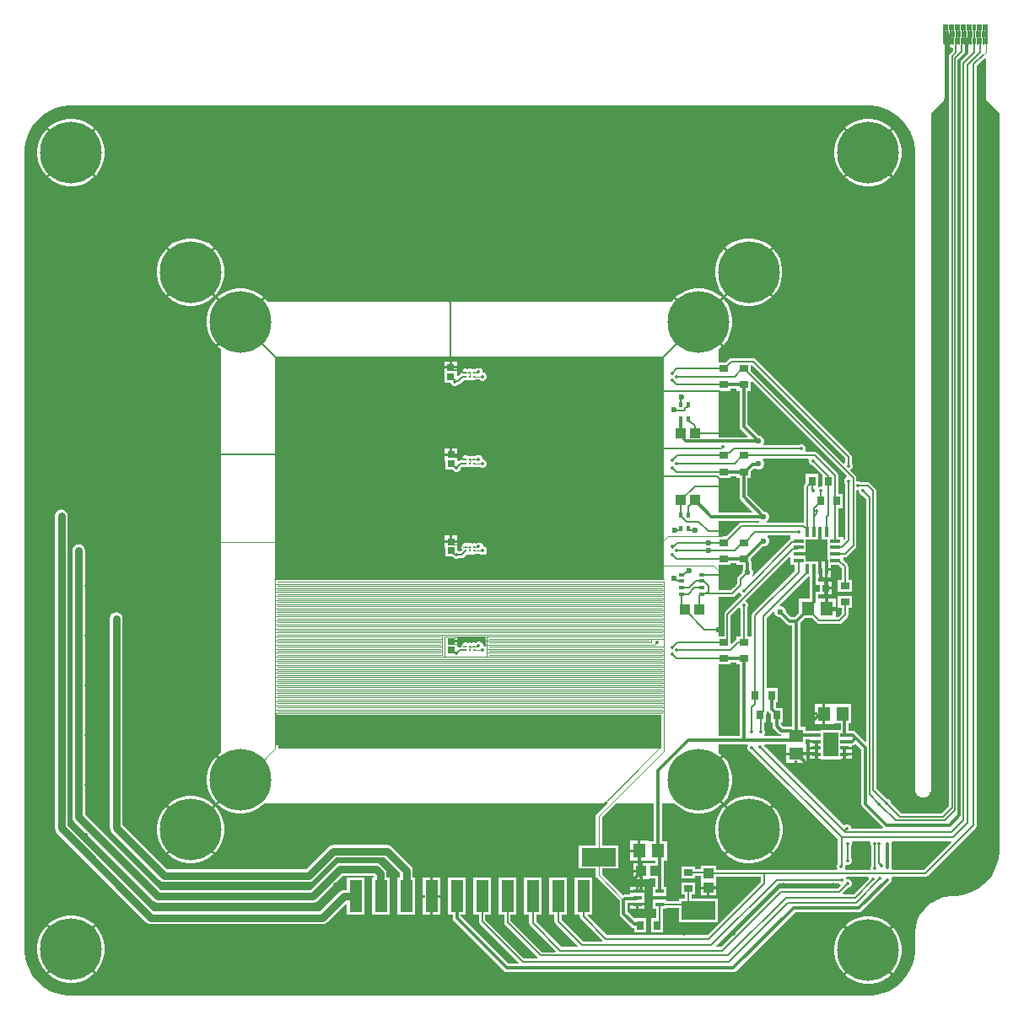
<source format=gbr>
%TF.GenerationSoftware,Altium Limited,Altium Designer,24.0.1 (36)*%
G04 Layer_Physical_Order=1*
G04 Layer_Color=255*
%FSLAX25Y25*%
%MOIN*%
%TF.SameCoordinates,674ED1FF-067C-45DD-8C41-4F82C3FA2B26*%
%TF.FilePolarity,Positive*%
%TF.FileFunction,Copper,L1,Top,Signal*%
%TF.Part,Single*%
G01*
G75*
%TA.AperFunction,SMDPad,CuDef*%
%ADD10R,0.03937X0.03937*%
%ADD11R,0.01378X0.02362*%
%ADD12R,0.02362X0.01378*%
%ADD13R,0.00400X0.00400*%
%TA.AperFunction,BGAPad,CuDef*%
%ADD14C,0.00984*%
%TA.AperFunction,SMDPad,CuDef*%
%ADD15R,0.03347X0.01575*%
%ADD16R,0.04134X0.01378*%
%ADD17R,0.01378X0.04134*%
%ADD18R,0.08898X0.08898*%
%ADD19R,0.05866X0.09449*%
%ADD20R,0.03543X0.01378*%
%ADD21R,0.02756X0.03543*%
%ADD22R,0.03543X0.02756*%
%ADD23R,0.13583X0.07284*%
%ADD24R,0.05000X0.12520*%
%ADD25R,0.03937X0.03937*%
%ADD26R,0.02835X0.02677*%
%ADD27R,0.05118X0.05709*%
%ADD28R,0.02677X0.02835*%
%ADD29R,0.05709X0.05118*%
%TA.AperFunction,Conductor*%
%ADD30C,0.00551*%
%ADD31C,0.00400*%
%ADD32C,0.01181*%
%ADD33C,0.01968*%
%ADD34C,0.00787*%
%ADD35C,0.02953*%
%TA.AperFunction,SMDPad,CuDef*%
%AMCUSTOMSHAPE36*
4,1,11,0.00591,0.03937,0.00591,-0.03543,0.00197,-0.03937,0.00197,-0.03937,-0.00197,-0.03937,-0.00591,-0.03543,-0.00591,-0.01476,-0.00197,-0.01083,-0.00197,0.01476,-0.00591,0.01870,-0.00591,0.03937,0.00591,0.03937,0.0*%
%ADD36CUSTOMSHAPE36*%

%AMCUSTOMSHAPE37*
4,1,12,0.00591,0.01280,0.00591,-0.00886,0.00197,-0.01280,0.00197,-0.03937,-0.00197,-0.03937,-0.00197,-0.01280,-0.00591,-0.00886,-0.00591,0.01280,-0.00197,0.01673,-0.00197,0.03937,0.00197,0.03937,0.00197,0.01673,0.00591,0.01280,0.0*%
%ADD37CUSTOMSHAPE37*%

%AMCUSTOMSHAPE38*
4,1,14,0.00591,0.03937,0.00591,0.01870,0.00197,0.01476,0.00197,-0.01083,0.00591,-0.01476,0.00591,-0.03543,0.00197,-0.03937,-0.00197,-0.03937,-0.00591,-0.03543,-0.00591,-0.01476,-0.00197,-0.01083,-0.00197,0.01476,-0.00591,0.01870,-0.00591,0.03937,0.00591,0.03937,0.0*%
%ADD38CUSTOMSHAPE38*%

%AMCUSTOMSHAPE39*
4,1,12,0.00591,0.03937,0.00591,0.01870,0.00197,0.01476,0.00197,0.01476,0.00197,-0.01083,0.00591,-0.01476,0.00591,-0.01476,0.00591,-0.03543,0.00197,-0.03937,-0.00197,-0.03937,-0.00591,-0.03543,-0.00591,0.03937,0.00591,0.03937,0.0*%
%ADD39CUSTOMSHAPE39*%

%TA.AperFunction,ViaPad*%
%ADD40C,0.24410*%
%ADD41C,0.01378*%
%ADD42C,0.02362*%
G36*
X282661Y240429D02*
X283811D01*
Y226378D01*
X283935Y225757D01*
X284286Y225231D01*
X286962Y222556D01*
X286770Y222094D01*
X275590D01*
Y240429D01*
X280331D01*
Y241185D01*
X282661D01*
Y240429D01*
D02*
G37*
G36*
X325471Y213820D02*
Y211827D01*
X325040Y211551D01*
X288205Y248387D01*
Y250470D01*
X288705Y250586D01*
X325471Y213820D01*
D02*
G37*
G36*
X311359Y213070D02*
X311303Y212934D01*
Y212263D01*
X311560Y211642D01*
X312035Y211167D01*
X312656Y210910D01*
X312872D01*
X316550Y207232D01*
Y202599D01*
X316366Y202476D01*
X315694D01*
X315294Y202311D01*
X314807Y202586D01*
X314794Y202604D01*
Y207496D01*
X310038D01*
Y203792D01*
X309634Y203388D01*
X309352Y202966D01*
X309253Y202468D01*
Y188471D01*
X309055Y188308D01*
X294769D01*
X294688Y188462D01*
X294616Y188808D01*
X295156Y189349D01*
X295488Y190150D01*
Y191018D01*
X295156Y191820D01*
X294543Y192433D01*
X293741Y192765D01*
X293419D01*
X287055Y199130D01*
Y205980D01*
X288205D01*
Y208443D01*
X289528Y209767D01*
X290102D01*
X290103Y209765D01*
X290905Y209433D01*
X291772D01*
X292574Y209765D01*
X293188Y210379D01*
X293520Y211180D01*
Y212048D01*
X293188Y212850D01*
X292968Y213070D01*
X293175Y213569D01*
X311025D01*
X311359Y213070D01*
D02*
G37*
G36*
X282661Y205980D02*
X283811D01*
Y198458D01*
X283935Y197838D01*
X284286Y197312D01*
X288930Y192668D01*
X288739Y192206D01*
X275590D01*
Y205980D01*
X280331D01*
Y206737D01*
X282661D01*
Y205980D01*
D02*
G37*
G36*
X291674Y188808D02*
X291442Y188308D01*
X284539D01*
X284042Y188209D01*
X283620Y187927D01*
X278491Y182799D01*
X275590D01*
Y188963D01*
X291545D01*
X291674Y188808D01*
D02*
G37*
G36*
X326098Y206815D02*
X325981Y206225D01*
X325815Y206156D01*
X325340Y205681D01*
X325083Y205060D01*
Y204388D01*
X325340Y203768D01*
X325471Y203636D01*
Y181761D01*
X325242Y181582D01*
X324743Y181820D01*
Y182693D01*
X322976D01*
Y194079D01*
X324660D01*
Y199622D01*
X322806D01*
Y206993D01*
X322707Y207491D01*
X322425Y207913D01*
X314548Y215790D01*
X314126Y216072D01*
X313629Y216171D01*
X309961D01*
X309744Y216671D01*
X309957Y217184D01*
Y217856D01*
X309700Y218476D01*
X309224Y218952D01*
X308604Y219209D01*
X307932D01*
X307311Y218952D01*
X307180Y218820D01*
X293424D01*
X293222Y219320D01*
X293520Y220039D01*
Y220906D01*
X293188Y221708D01*
X292574Y222322D01*
X291772Y222654D01*
X291451D01*
X287055Y227050D01*
Y240429D01*
X288205D01*
Y244055D01*
X288667Y244246D01*
X326098Y206815D01*
D02*
G37*
G36*
X304042Y182693D02*
X304042D01*
Y181763D01*
X303733Y181557D01*
X289160Y166984D01*
X288778Y167269D01*
X289110Y168070D01*
Y168938D01*
X288778Y169739D01*
X288551Y169967D01*
Y172413D01*
X288427Y173034D01*
X288205Y173367D01*
Y173994D01*
X293034Y178823D01*
X293741D01*
X294543Y179155D01*
X295156Y179768D01*
X295488Y180570D01*
Y181438D01*
X295156Y182239D01*
X294747Y182648D01*
X294954Y183148D01*
X303934D01*
X304042Y182693D01*
D02*
G37*
G36*
X253936Y253642D02*
Y166024D01*
X101200D01*
X100894Y165963D01*
X100394Y166260D01*
Y253642D01*
Y253937D01*
X253936D01*
Y253642D01*
D02*
G37*
G36*
X282661Y171531D02*
X285307D01*
Y169967D01*
X285080Y169739D01*
X284748Y168938D01*
Y168332D01*
X283364Y166949D01*
X283056Y166488D01*
X282948Y165944D01*
Y164199D01*
X280454Y161706D01*
X275590D01*
Y171531D01*
X280331D01*
Y172288D01*
X282661D01*
Y171531D01*
D02*
G37*
G36*
X330988Y201123D02*
X330988Y200802D01*
Y200451D01*
X331245Y199831D01*
X331720Y199356D01*
X332341Y199098D01*
X332527D01*
X333990Y197635D01*
Y101781D01*
X333528Y101590D01*
X329682Y105436D01*
X329156Y105787D01*
X328535Y105911D01*
X328148D01*
Y105978D01*
X326998D01*
Y108818D01*
X327972D01*
Y116526D01*
X321232D01*
X320775Y116629D01*
X320396Y116629D01*
X317613D01*
Y115408D01*
X316613D01*
Y116629D01*
X313452D01*
Y113172D01*
X314673D01*
Y112172D01*
X313452D01*
Y108715D01*
X316613D01*
Y109936D01*
X317613D01*
Y108715D01*
X320396D01*
X320775Y108715D01*
X321232Y108818D01*
X323755D01*
Y106175D01*
X315951D01*
Y105978D01*
X311620D01*
Y105911D01*
X310041D01*
Y107659D01*
X307808D01*
Y148633D01*
X309634Y150460D01*
X312620D01*
X314393Y148687D01*
X314815Y148405D01*
X315312Y148306D01*
X323340D01*
X323838Y148405D01*
X324260Y148687D01*
X326423Y150850D01*
X326705Y151272D01*
X326804Y151769D01*
Y154499D01*
X328275D01*
Y159255D01*
X322732D01*
Y154499D01*
X324203D01*
Y152308D01*
X322801Y150907D01*
X321861D01*
Y153814D01*
X320640D01*
Y154814D01*
X321861D01*
Y158271D01*
X318699D01*
Y157050D01*
X317699D01*
Y158271D01*
X314789D01*
Y159984D01*
X315361D01*
Y159882D01*
X317302D01*
Y161103D01*
X318302D01*
Y159882D01*
X320242D01*
Y161902D01*
X319022D01*
Y162902D01*
X320242D01*
Y164921D01*
X318302D01*
Y163700D01*
X317302D01*
Y164921D01*
X315361D01*
Y164819D01*
X314734D01*
Y166713D01*
X315172D01*
Y167933D01*
X316172D01*
Y166713D01*
X317731D01*
Y167933D01*
X318731D01*
Y166713D01*
X320022D01*
Y169382D01*
X318801D01*
Y170382D01*
X320022D01*
Y171638D01*
X322903D01*
X324203Y170338D01*
Y165767D01*
X322732D01*
Y161011D01*
X328275D01*
Y165767D01*
X326804D01*
Y170877D01*
X326705Y171375D01*
X326423Y171797D01*
X324743Y173477D01*
Y174585D01*
X325492D01*
X325990Y174684D01*
X326412Y174966D01*
X329660Y178214D01*
X329942Y178636D01*
X330041Y179134D01*
Y201042D01*
X330373Y201264D01*
X330526D01*
X330988Y201123D01*
D02*
G37*
G36*
X311491Y162457D02*
X311546Y162180D01*
Y158168D01*
X307341D01*
Y152753D01*
X305515Y150927D01*
X304229D01*
X302071Y153085D01*
Y153406D01*
X301739Y154208D01*
X301125Y154822D01*
X300324Y155154D01*
X299920D01*
X299713Y155654D01*
X310874Y166815D01*
X311491D01*
Y162457D01*
D02*
G37*
G36*
X303939Y174478D02*
Y174094D01*
X304042D01*
Y171638D01*
X305688D01*
Y169289D01*
X289046Y152648D01*
X288738Y152187D01*
X288630Y151643D01*
Y143609D01*
X288205Y143429D01*
Y143429D01*
X286734D01*
Y154424D01*
X286865Y154555D01*
X287122Y155176D01*
Y155848D01*
X286865Y156468D01*
X286390Y156944D01*
X286354Y156958D01*
X286257Y157449D01*
X303477Y174670D01*
X303939Y174478D01*
D02*
G37*
G36*
X283947Y160591D02*
X284001Y160461D01*
X284476Y159985D01*
X284512Y159971D01*
X284610Y159480D01*
X278135Y153006D01*
X277853Y152584D01*
X277755Y152087D01*
Y143429D01*
X275590D01*
Y158864D01*
X281043D01*
X281587Y158972D01*
X282048Y159280D01*
X283457Y160689D01*
X283947Y160591D01*
D02*
G37*
G36*
X283986Y154591D02*
X284001Y154555D01*
X284133Y154424D01*
Y143429D01*
X282661D01*
Y142063D01*
X282660Y142063D01*
X282238Y141781D01*
X280793Y140336D01*
X280331Y140527D01*
Y142028D01*
X280356Y142154D01*
Y151548D01*
X283496Y154688D01*
X283986Y154591D01*
D02*
G37*
G36*
X183577Y142400D02*
X183670Y141932D01*
X183891Y141600D01*
X183670Y141268D01*
X183577Y140800D01*
X183670Y140332D01*
X183891Y140000D01*
X183670Y139668D01*
X183647Y139554D01*
X183561Y139480D01*
X183087Y139302D01*
X182646Y139484D01*
X182403D01*
Y139948D01*
X182146Y140569D01*
X181670Y141044D01*
X181050Y141301D01*
X180378D01*
X179757Y141044D01*
X179425Y140712D01*
X179064Y140862D01*
X178470D01*
X177980Y140659D01*
X177489Y140862D01*
X176895D01*
X176531Y140711D01*
X176521Y140722D01*
X175934Y140965D01*
X175300D01*
X174714Y140722D01*
X174266Y140273D01*
X174023Y139687D01*
Y139096D01*
X173138D01*
X172885Y139045D01*
X172421Y139357D01*
X172385Y139417D01*
Y140884D01*
X171164D01*
Y141884D01*
X172385D01*
Y142777D01*
X183267D01*
X183577Y142400D01*
D02*
G37*
G36*
X297709Y152942D02*
Y152539D01*
X298041Y151737D01*
X298654Y151123D01*
X299456Y150791D01*
X299777D01*
X302410Y148158D01*
X302937Y147807D01*
X303557Y147683D01*
X304565D01*
Y108088D01*
X304218Y107690D01*
X301009D01*
X300153Y108546D01*
Y109433D01*
X300909D01*
Y114976D01*
X298447D01*
X298185Y115239D01*
Y117307D01*
X298941D01*
Y122850D01*
X294728D01*
Y150669D01*
X297209Y153149D01*
X297709Y152942D01*
D02*
G37*
G36*
X295416Y113420D02*
X296153Y112683D01*
Y109433D01*
X296910D01*
Y107874D01*
X297033Y107253D01*
X297385Y106727D01*
X299190Y104922D01*
X299716Y104570D01*
X300150Y104484D01*
X300101Y103984D01*
X293716D01*
X293503Y104479D01*
X293761Y105100D01*
Y105772D01*
X293503Y106392D01*
X293493Y106403D01*
Y109433D01*
X294398D01*
Y112661D01*
X294620Y112994D01*
X294728Y113537D01*
Y113550D01*
X295228Y113702D01*
X295416Y113420D01*
D02*
G37*
G36*
X282661Y132161D02*
X283811D01*
Y103984D01*
X275590D01*
Y132161D01*
X280331D01*
Y132918D01*
X282661D01*
Y132161D01*
D02*
G37*
G36*
X101201Y112376D02*
X252777D01*
Y100870D01*
Y98800D01*
X101702D01*
Y100102D01*
X100394D01*
Y112140D01*
X100894Y112437D01*
X101201Y112376D01*
D02*
G37*
G36*
X311518Y102230D02*
X312739D01*
Y101230D01*
X311518D01*
Y99939D01*
Y99671D01*
X312739D01*
Y98671D01*
X311518D01*
Y97379D01*
Y97112D01*
X312739D01*
Y96112D01*
X311518D01*
Y94820D01*
X313892D01*
Y96041D01*
X314892D01*
Y94820D01*
X315951D01*
Y94726D01*
X323817D01*
Y94820D01*
X324876D01*
Y96041D01*
X325876D01*
Y94820D01*
X328250D01*
Y96112D01*
X327029D01*
Y97112D01*
X328250D01*
Y97379D01*
Y98671D01*
X327029D01*
Y99671D01*
X328250D01*
Y100108D01*
X328339D01*
X328959Y100232D01*
X329485Y100583D01*
X329716Y100814D01*
X331964Y98567D01*
Y76932D01*
X332087Y76311D01*
X332439Y75785D01*
X340435Y67789D01*
X340228Y67289D01*
X328002D01*
Y67625D01*
X327745Y68245D01*
X327270Y68721D01*
X326649Y68978D01*
X325977D01*
X325356Y68721D01*
X325119Y68483D01*
X293687Y99914D01*
Y99929D01*
X293559Y100241D01*
X293893Y100741D01*
X301845D01*
X302230Y100462D01*
X302230Y100083D01*
Y97301D01*
X303451D01*
Y96301D01*
X302230D01*
Y93139D01*
X305686D01*
Y94360D01*
X306686D01*
Y93139D01*
X310143D01*
Y96301D01*
X308922D01*
Y97301D01*
X310143D01*
Y100083D01*
X310143Y100462D01*
X310041Y100920D01*
Y102667D01*
X311518D01*
Y102230D01*
D02*
G37*
G36*
X365748Y376238D02*
X366142D01*
X366535Y376316D01*
X366929Y376238D01*
X367323D01*
X367569Y376287D01*
X367995Y376025D01*
X368070Y375934D01*
Y374856D01*
X366838Y373625D01*
X366556Y373203D01*
X366457Y372705D01*
Y76198D01*
X363583Y73324D01*
X347885D01*
X343669Y77539D01*
Y77725D01*
X343412Y78346D01*
X342937Y78821D01*
X342316Y79078D01*
X342130D01*
X337915Y83294D01*
Y200787D01*
X337816Y201285D01*
X337534Y201707D01*
X335368Y203872D01*
X334946Y204154D01*
X334449Y204253D01*
X331797D01*
X331665Y204385D01*
X331045Y204642D01*
X330373D01*
X330041Y204864D01*
Y206012D01*
X329942Y206509D01*
X329660Y206931D01*
X327673Y208918D01*
X327728Y209198D01*
X328204Y209673D01*
X328461Y210294D01*
Y210966D01*
X328204Y211587D01*
X328072Y211718D01*
Y214358D01*
X327973Y214856D01*
X327691Y215278D01*
X290081Y252888D01*
X289659Y253170D01*
X289161Y253269D01*
X280602D01*
X280105Y253170D01*
X279683Y252888D01*
X278491Y251697D01*
X275590D01*
Y253937D01*
Y256989D01*
X276385Y257566D01*
X276772Y257954D01*
X275902Y258824D01*
X276609Y259531D01*
X277480Y258661D01*
X277867Y259048D01*
X279098Y260742D01*
X280049Y262608D01*
X280696Y264600D01*
X281024Y266669D01*
Y268764D01*
X280696Y270833D01*
X280049Y272825D01*
X279098Y274691D01*
X277867Y276385D01*
X277480Y276772D01*
X276609Y275902D01*
X275902Y276609D01*
X276772Y277480D01*
X276385Y277867D01*
X274691Y279098D01*
X272825Y280049D01*
X270833Y280696D01*
X268764Y281024D01*
X266669D01*
X264600Y280696D01*
X262608Y280049D01*
X260742Y279098D01*
X259048Y277867D01*
X258661Y277480D01*
X259531Y276609D01*
X258824Y275902D01*
X257954Y276772D01*
X257566Y276385D01*
X256989Y275590D01*
X97342D01*
X96764Y276385D01*
X96377Y276772D01*
X95507Y275902D01*
X94800Y276609D01*
X95670Y277480D01*
X95283Y277867D01*
X93589Y279098D01*
X91722Y280049D01*
X89730Y280696D01*
X87661Y281024D01*
X85567D01*
X83498Y280696D01*
X81506Y280049D01*
X79640Y279098D01*
X77945Y277867D01*
X77558Y277480D01*
X78429Y276609D01*
X77722Y275902D01*
X76851Y276772D01*
X76464Y276385D01*
X75233Y274691D01*
X74282Y272825D01*
X73635Y270833D01*
X73307Y268764D01*
Y266669D01*
X73635Y264600D01*
X74282Y262608D01*
X75233Y260742D01*
X76464Y259048D01*
X76851Y258661D01*
X77722Y259531D01*
X78429Y258824D01*
X77558Y257954D01*
X77945Y257566D01*
X78740Y256989D01*
Y253937D01*
Y97342D01*
X77945Y96764D01*
X77558Y96377D01*
X78429Y95507D01*
X77722Y94800D01*
X76851Y95670D01*
X76464Y95283D01*
X75233Y93589D01*
X74282Y91722D01*
X73635Y89730D01*
X73307Y87661D01*
Y85567D01*
X73635Y83498D01*
X74282Y81506D01*
X75233Y79640D01*
X76464Y77945D01*
X76851Y77558D01*
X77722Y78429D01*
X78429Y77722D01*
X77558Y76851D01*
X77945Y76464D01*
X79640Y75233D01*
X81506Y74282D01*
X83498Y73635D01*
X85567Y73307D01*
X87661D01*
X89730Y73635D01*
X91722Y74282D01*
X93589Y75233D01*
X95283Y76464D01*
X95965Y77146D01*
X230842D01*
X231033Y76684D01*
X227320Y72971D01*
X227055Y72574D01*
X226961Y72106D01*
Y60729D01*
X220394D01*
Y51446D01*
X226961D01*
Y48836D01*
X227055Y48368D01*
X227320Y47971D01*
X236404Y38887D01*
Y33654D01*
X236527Y33033D01*
X236879Y32507D01*
X241008Y28378D01*
X241534Y28027D01*
X242155Y27903D01*
X242234D01*
Y26268D01*
X246990D01*
Y31811D01*
X242234D01*
X242234Y31811D01*
Y31811D01*
X241871Y32102D01*
X239647Y34326D01*
Y38066D01*
X240664D01*
Y37825D01*
X241884D01*
Y36825D01*
X240664D01*
Y35435D01*
X242939D01*
Y36656D01*
X243939D01*
Y35435D01*
X246215D01*
Y36825D01*
X244994D01*
Y37825D01*
X246215D01*
Y39215D01*
X246112D01*
Y40554D01*
X246215D01*
Y41943D01*
X244994D01*
Y42943D01*
X246215D01*
Y44333D01*
X243939D01*
Y43112D01*
X242939D01*
Y44333D01*
X240664D01*
Y42943D01*
X241884D01*
Y41943D01*
X240664D01*
Y41309D01*
X238717D01*
X238097Y41186D01*
X237778Y40973D01*
X229409Y49343D01*
Y51446D01*
X235976D01*
Y60729D01*
X229409D01*
Y71599D01*
X234956Y77146D01*
X249896D01*
Y62422D01*
X248338D01*
X247880Y62524D01*
X247501Y62524D01*
X244719D01*
Y61303D01*
X243719D01*
Y62524D01*
X240557D01*
Y59067D01*
X241778D01*
Y58067D01*
X240557D01*
Y54611D01*
X243719D01*
Y55832D01*
X244719D01*
Y54611D01*
X247501D01*
X247880Y54611D01*
X248338Y54713D01*
X250676D01*
Y53448D01*
X248077D01*
Y53550D01*
X245506D01*
Y52330D01*
X244506D01*
Y53550D01*
X241935D01*
Y50980D01*
X243156D01*
Y49980D01*
X241935D01*
Y47409D01*
X244506D01*
Y48630D01*
X245506D01*
Y47409D01*
X248077D01*
Y47511D01*
X250676D01*
Y44231D01*
X249624D01*
Y40656D01*
X254971D01*
Y44231D01*
X253919D01*
Y54713D01*
X255077D01*
Y62422D01*
X253139D01*
Y77146D01*
X258366D01*
X259048Y76464D01*
X260742Y75233D01*
X262608Y74282D01*
X264600Y73635D01*
X266669Y73307D01*
X268764D01*
X270833Y73635D01*
X272825Y74282D01*
X274691Y75233D01*
X276385Y76464D01*
X276772Y76851D01*
X275902Y77722D01*
X276609Y78429D01*
X277480Y77558D01*
X277867Y77945D01*
X279098Y79640D01*
X280049Y81506D01*
X280696Y83498D01*
X281024Y85567D01*
Y87661D01*
X280696Y89730D01*
X280049Y91722D01*
X279098Y93589D01*
X277867Y95283D01*
X277480Y95670D01*
X276609Y94800D01*
X275902Y95507D01*
X276772Y96377D01*
X276385Y96764D01*
X275590Y97342D01*
Y98800D01*
X275590D01*
Y100741D01*
X287036D01*
X287243Y100241D01*
X287198Y100196D01*
X286941Y99575D01*
Y98903D01*
X287198Y98282D01*
X287673Y97807D01*
X288294Y97550D01*
X288310D01*
X322649Y63210D01*
Y53430D01*
X322567Y53347D01*
X322309Y52726D01*
Y52054D01*
X322546Y51484D01*
X322363Y50984D01*
X274459D01*
Y52531D01*
X268522D01*
Y51433D01*
X266388D01*
Y52390D01*
X260844D01*
Y47634D01*
X266388D01*
Y48591D01*
X268522D01*
Y46909D01*
X268419D01*
Y44339D01*
X269640D01*
Y43339D01*
X268419D01*
Y40768D01*
X270990D01*
Y41989D01*
X271990D01*
Y40768D01*
X274561D01*
Y43339D01*
X273340D01*
Y44339D01*
X274561D01*
Y46909D01*
X274459D01*
Y48142D01*
X292138D01*
Y46157D01*
X271087Y25106D01*
X231530D01*
X223845Y32791D01*
X224052Y33291D01*
X225587D01*
Y47811D01*
X218587D01*
Y33291D01*
X220666D01*
Y32540D01*
X220774Y31996D01*
X221082Y31535D01*
X229530Y23087D01*
X229323Y22587D01*
X222226D01*
X213508Y31306D01*
Y33291D01*
X215587D01*
Y47811D01*
X208587D01*
Y33291D01*
X210666D01*
Y30717D01*
X210774Y30173D01*
X211082Y29712D01*
X219871Y20923D01*
X219680Y20461D01*
X213541D01*
X203508Y30494D01*
Y33291D01*
X205587D01*
Y47811D01*
X198587D01*
Y33291D01*
X200666D01*
Y29906D01*
X200774Y29362D01*
X201082Y28901D01*
X211105Y18878D01*
X210913Y18416D01*
X205752D01*
X193387Y30781D01*
Y33291D01*
X195587D01*
Y47811D01*
X188587D01*
Y33291D01*
X190786D01*
Y30242D01*
X190885Y29745D01*
X191167Y29323D01*
X204004Y16486D01*
X203797Y15986D01*
X198609D01*
X183387Y31207D01*
Y33291D01*
X185587D01*
Y47811D01*
X178587D01*
Y33291D01*
X180786D01*
Y30669D01*
X180885Y30171D01*
X181167Y29749D01*
X196681Y14235D01*
X196489Y13774D01*
X192599D01*
X173708Y32664D01*
Y33291D01*
X175587D01*
Y47811D01*
X168587D01*
Y33291D01*
X170465D01*
Y31993D01*
X170588Y31372D01*
X170940Y30846D01*
X190781Y11005D01*
X191307Y10654D01*
X191927Y10530D01*
X281324D01*
X281945Y10654D01*
X282471Y11005D01*
X305748Y34282D01*
X331011D01*
X331632Y34406D01*
X332158Y34757D01*
X342973Y45573D01*
X343135Y45640D01*
X343611Y46115D01*
X343868Y46736D01*
Y47408D01*
X343771Y47642D01*
X344105Y48142D01*
X357157D01*
X357700Y48250D01*
X358161Y48558D01*
X377306Y67703D01*
X377614Y68164D01*
X377723Y68708D01*
Y368853D01*
X380776Y371906D01*
X381276Y371699D01*
X381276Y356102D01*
X381276Y356102D01*
X381367Y355642D01*
X381628Y355251D01*
X381628Y355251D01*
X386591Y350289D01*
X386591Y59055D01*
X386591Y59055D01*
X386591Y59055D01*
Y57844D01*
X386275Y55442D01*
X385648Y53102D01*
X384721Y50864D01*
X383509Y48766D01*
X382035Y46844D01*
X380322Y45131D01*
X378400Y43656D01*
X376302Y42445D01*
X374063Y41517D01*
X371723Y40890D01*
X369321Y40574D01*
X368110Y40574D01*
X368091Y40570D01*
X368071Y40574D01*
X367170Y40544D01*
X367111Y40531D01*
X367052Y40534D01*
X365265Y40299D01*
X365190Y40274D01*
X365110Y40268D01*
X363369Y39802D01*
X363298Y39767D01*
X363220Y39751D01*
X361555Y39062D01*
X361489Y39018D01*
X361414Y38992D01*
X359853Y38091D01*
X359793Y38038D01*
X359722Y38003D01*
X358292Y36906D01*
X358239Y36846D01*
X358173Y36802D01*
X356899Y35528D01*
X356855Y35462D01*
X356795Y35409D01*
X355698Y33979D01*
X355662Y33908D01*
X355610Y33848D01*
X354709Y32287D01*
X354683Y32212D01*
X354639Y32146D01*
X353949Y30481D01*
X353934Y30403D01*
X353899Y30332D01*
X353432Y28591D01*
X353427Y28511D01*
X353401Y28436D01*
X353166Y26649D01*
X353170Y26589D01*
X353157Y26531D01*
X353127Y25630D01*
X353130Y25610D01*
X353127Y25591D01*
Y19685D01*
X353127Y19685D01*
Y18474D01*
X352810Y16072D01*
X352183Y13732D01*
X351256Y11494D01*
X350045Y9396D01*
X348570Y7474D01*
X346857Y5761D01*
X344935Y4286D01*
X342837Y3074D01*
X340599Y2148D01*
X338259Y1520D01*
X335857Y1204D01*
X334646Y1204D01*
X19685Y1204D01*
X18474Y1204D01*
X16072Y1520D01*
X13732Y2148D01*
X11494Y3075D01*
X9396Y4286D01*
X7474Y5761D01*
X5761Y7474D01*
X4286Y9396D01*
X3074Y11494D01*
X2148Y13732D01*
X1520Y16072D01*
X1204Y18474D01*
Y19685D01*
X1204Y334646D01*
X1204Y335857D01*
X1520Y338259D01*
X2148Y340599D01*
X3075Y342837D01*
X4286Y344935D01*
X5761Y346857D01*
X7474Y348570D01*
X9396Y350045D01*
X11494Y351256D01*
X13732Y352183D01*
X16072Y352810D01*
X18474Y353127D01*
X19685D01*
X334646Y353127D01*
X334646Y353127D01*
X335857Y353127D01*
X338259Y352810D01*
X340599Y352183D01*
X342837Y351256D01*
X344935Y350045D01*
X346857Y348570D01*
X348570Y346857D01*
X350045Y344935D01*
X351256Y342837D01*
X352183Y340599D01*
X352810Y338259D01*
X353127Y335857D01*
X353127Y334646D01*
X353127Y82677D01*
X353138Y82619D01*
X353132Y82559D01*
X353170Y82175D01*
X353222Y82006D01*
X353256Y81832D01*
X353550Y81123D01*
X353811Y80732D01*
X354354Y80189D01*
X354745Y79928D01*
X355454Y79634D01*
X355628Y79599D01*
X355797Y79548D01*
X356181Y79510D01*
X356299Y79522D01*
X356417Y79510D01*
X356801Y79548D01*
X356971Y79599D01*
X357144Y79634D01*
X357854Y79928D01*
X358244Y80189D01*
X358787Y80732D01*
X359048Y81123D01*
X359342Y81832D01*
X359377Y82006D01*
X359428Y82175D01*
X359466Y82559D01*
X359460Y82619D01*
X359472Y82677D01*
X359472Y350289D01*
X364434Y355251D01*
X364434Y355251D01*
X364695Y355642D01*
X364787Y356102D01*
X364787Y356102D01*
X364787Y376238D01*
X364961D01*
X365354Y376317D01*
X365748Y376238D01*
D02*
G37*
G36*
X335611Y61962D02*
X335526Y61758D01*
Y61086D01*
X335783Y60465D01*
X335914Y60334D01*
Y52806D01*
X335783Y52675D01*
X335526Y52054D01*
Y51382D01*
X335260Y50984D01*
X325634D01*
X325451Y51484D01*
X325687Y52054D01*
Y52582D01*
X325998Y52869D01*
X326142Y52935D01*
X326241Y52894D01*
X326913D01*
X327534Y53151D01*
X328009Y53626D01*
X328266Y54247D01*
Y54919D01*
X328009Y55540D01*
X327998Y55550D01*
Y60335D01*
X328009Y60346D01*
X328266Y60967D01*
Y61639D01*
X328167Y61878D01*
X328501Y62378D01*
X335333D01*
X335611Y61962D01*
D02*
G37*
G36*
X367500Y61916D02*
X356568Y50984D01*
X344111D01*
X343777Y51484D01*
X343874Y51718D01*
Y52390D01*
X343800Y52568D01*
Y60805D01*
X343868Y60967D01*
Y61639D01*
X343769Y61878D01*
X344103Y62378D01*
X367309D01*
X367500Y61916D01*
D02*
G37*
G36*
X335007Y47642D02*
X334925Y47444D01*
Y47258D01*
X329009Y41341D01*
X324913D01*
X324722Y41803D01*
X326781Y43862D01*
X326796D01*
X327417Y44119D01*
X327892Y44594D01*
X328149Y45215D01*
Y45887D01*
X327892Y46508D01*
X327417Y46983D01*
X326796Y47240D01*
X326124D01*
X325929Y47374D01*
X325852Y47702D01*
X326185Y48142D01*
X334673D01*
X335007Y47642D01*
D02*
G37*
G36*
X323113Y45640D02*
X323622Y45429D01*
X323820Y44921D01*
X322654Y43755D01*
X300336D01*
X299792Y43647D01*
X299331Y43339D01*
X276454Y20461D01*
X274638D01*
X274447Y20923D01*
X299174Y45651D01*
X323103D01*
X323113Y45640D01*
D02*
G37*
%LPC*%
G36*
X172205Y252047D02*
X170185D01*
Y250826D01*
X169185D01*
Y252047D01*
X167165D01*
Y250106D01*
X168386D01*
Y249106D01*
X167165D01*
Y247165D01*
X167268D01*
Y243724D01*
X169585D01*
X169828Y243138D01*
X170303Y242663D01*
X170924Y242406D01*
X171596D01*
X172217Y242663D01*
X172506Y242952D01*
X172561D01*
X173058Y243051D01*
X173480Y243333D01*
X174827Y244680D01*
X175031D01*
X175294Y244571D01*
X175887D01*
X176252Y244722D01*
X176262Y244711D01*
X176848Y244468D01*
X177482D01*
X178069Y244711D01*
X178079Y244722D01*
X178443Y244571D01*
X179037D01*
X179585Y244798D01*
X179627Y244840D01*
X181118D01*
X181327Y244631D01*
X181948Y244374D01*
X182619D01*
X183240Y244631D01*
X183715Y245106D01*
X183972Y245727D01*
Y246399D01*
X183715Y247020D01*
X183240Y247495D01*
X182619Y247752D01*
X182376D01*
Y248216D01*
X182119Y248836D01*
X181644Y249312D01*
X181023Y249569D01*
X180351D01*
X179730Y249312D01*
X179399Y248980D01*
X179037Y249130D01*
X178443D01*
X178079Y248979D01*
X178069Y248990D01*
X177482Y249232D01*
X176848D01*
X176378Y249038D01*
X175908Y249232D01*
X175273D01*
X174687Y248990D01*
X174239Y248541D01*
X173996Y247955D01*
Y247321D01*
X173937Y247211D01*
X173790Y247182D01*
X173369Y246900D01*
X172602Y246134D01*
X172102Y246341D01*
Y247165D01*
X172205D01*
Y249106D01*
X170984D01*
Y250106D01*
X172205D01*
Y252047D01*
D02*
G37*
G36*
X172385Y217598D02*
X170365D01*
Y216377D01*
X169365D01*
Y217598D01*
X167345D01*
Y215657D01*
X168566D01*
Y214657D01*
X167345D01*
Y212717D01*
X167448D01*
Y209276D01*
X170444D01*
X170547Y209207D01*
X170599Y209083D01*
X171074Y208608D01*
X171695Y208350D01*
X172366D01*
X172987Y208608D01*
X173462Y209083D01*
X173720Y209703D01*
Y209889D01*
X174144Y210314D01*
X174831D01*
X175294Y210122D01*
X175887D01*
X176378Y210325D01*
X176869Y210122D01*
X177462D01*
X177953Y210325D01*
X178443Y210122D01*
X179037D01*
X179585Y210349D01*
X179627Y210391D01*
X181118D01*
X181327Y210182D01*
X181948Y209925D01*
X182619D01*
X183240Y210182D01*
X183715Y210657D01*
X183972Y211278D01*
Y211950D01*
X183715Y212571D01*
X183240Y213046D01*
X182619Y213303D01*
X182376D01*
Y213767D01*
X182119Y214388D01*
X181644Y214863D01*
X181023Y215120D01*
X180351D01*
X179730Y214863D01*
X179399Y214531D01*
X179037Y214681D01*
X178443D01*
X177953Y214478D01*
X177462Y214681D01*
X176869D01*
X176504Y214530D01*
X176494Y214541D01*
X175908Y214783D01*
X175273D01*
X174687Y214541D01*
X174239Y214092D01*
X173996Y213506D01*
Y212915D01*
X173605D01*
X173108Y212816D01*
X172856Y212648D01*
X172385Y212915D01*
Y214657D01*
X171164D01*
Y215657D01*
X172385D01*
Y217598D01*
D02*
G37*
G36*
Y183150D02*
X170365D01*
Y181929D01*
X169365D01*
Y183150D01*
X167345D01*
Y181209D01*
X168566D01*
Y180209D01*
X167345D01*
Y178268D01*
X167448D01*
Y174827D01*
X170444D01*
X170547Y174758D01*
X170599Y174634D01*
X171074Y174159D01*
X171695Y173902D01*
X172366D01*
X172987Y174159D01*
X173118Y174290D01*
X174042D01*
X174540Y174389D01*
X174962Y174671D01*
X175877Y175586D01*
X176289Y175814D01*
X176875Y175571D01*
X177509D01*
X178095Y175814D01*
X178106Y175824D01*
X178470Y175673D01*
X179064D01*
X179612Y175900D01*
X179654Y175942D01*
X181145D01*
X181353Y175733D01*
X181974Y175476D01*
X182646D01*
X183267Y175733D01*
X183742Y176209D01*
X183999Y176829D01*
Y177501D01*
X183742Y178122D01*
X183267Y178597D01*
X182646Y178854D01*
X182403D01*
Y179318D01*
X182146Y179939D01*
X181670Y180414D01*
X181050Y180671D01*
X180378D01*
X179757Y180414D01*
X179425Y180082D01*
X179064Y180232D01*
X178470D01*
X178106Y180081D01*
D01*
X178095Y180092D01*
X177509Y180335D01*
X176875D01*
X176405Y180140D01*
X175934Y180335D01*
X175300D01*
X174714Y180092D01*
X174266Y179643D01*
X174023Y179057D01*
Y178423D01*
X174266Y177837D01*
X174276Y177826D01*
X174161Y177548D01*
X173504Y176891D01*
X173118D01*
X172987Y177022D01*
X172366Y177279D01*
X172283D01*
Y178268D01*
X172385D01*
Y180209D01*
X171164D01*
Y181209D01*
X172385D01*
Y183150D01*
D02*
G37*
G36*
X335693Y347953D02*
X333598D01*
X331530Y347625D01*
X329538Y346978D01*
X327671Y346027D01*
X325977Y344796D01*
X325590Y344409D01*
X326460Y343538D01*
X325753Y342831D01*
X324883Y343702D01*
X324496Y343315D01*
X323264Y341620D01*
X322313Y339754D01*
X321666Y337762D01*
X321339Y335693D01*
Y333598D01*
X321666Y331530D01*
X322313Y329538D01*
X323264Y327671D01*
X324496Y325977D01*
X324883Y325590D01*
X325753Y326460D01*
X326460Y325753D01*
X325590Y324883D01*
X325977Y324496D01*
X327671Y323264D01*
X329538Y322313D01*
X331530Y321666D01*
X333598Y321339D01*
X335693D01*
X337762Y321666D01*
X339754Y322313D01*
X341620Y323264D01*
X343315Y324496D01*
X343702Y324883D01*
X342831Y325753D01*
X343538Y326460D01*
X344409Y325590D01*
X344796Y325977D01*
X346027Y327671D01*
X346978Y329538D01*
X347625Y331530D01*
X347953Y333598D01*
Y335693D01*
X347625Y337762D01*
X346978Y339754D01*
X346027Y341620D01*
X344796Y343315D01*
X344409Y343702D01*
X343538Y342831D01*
X342831Y343538D01*
X343702Y344409D01*
X343315Y344796D01*
X341620Y346027D01*
X339754Y346978D01*
X337762Y347625D01*
X335693Y347953D01*
D02*
G37*
G36*
X20732Y347953D02*
X18638D01*
X16569Y347625D01*
X14577Y346978D01*
X12711Y346027D01*
X11016Y344796D01*
X10629Y344409D01*
X11500Y343538D01*
X10792Y342831D01*
X9922Y343702D01*
X9535Y343315D01*
X8304Y341620D01*
X7353Y339754D01*
X6706Y337762D01*
X6378Y335693D01*
Y333598D01*
X6706Y331530D01*
X7353Y329538D01*
X8304Y327671D01*
X9535Y325977D01*
X9922Y325590D01*
X10792Y326460D01*
X11500Y325753D01*
X10629Y324883D01*
X11016Y324496D01*
X12711Y323264D01*
X14577Y322313D01*
X16569Y321666D01*
X18638Y321339D01*
X20732D01*
X22801Y321666D01*
X24793Y322313D01*
X26660Y323264D01*
X28354Y324496D01*
X28741Y324883D01*
X27871Y325753D01*
X28578Y326460D01*
X29448Y325590D01*
X29835Y325977D01*
X31066Y327671D01*
X32017Y329538D01*
X32664Y331530D01*
X32992Y333598D01*
Y335693D01*
X32664Y337762D01*
X32017Y339754D01*
X31066Y341620D01*
X29835Y343315D01*
X29448Y343702D01*
X28578Y342831D01*
X27871Y343538D01*
X28741Y344409D01*
X28354Y344796D01*
X26660Y346027D01*
X24793Y346978D01*
X22801Y347625D01*
X20732Y347953D01*
D02*
G37*
G36*
X288449Y300709D02*
X286354D01*
X284285Y300381D01*
X282293Y299734D01*
X280427Y298783D01*
X278733Y297552D01*
X278346Y297165D01*
X279216Y296294D01*
X278509Y295587D01*
X277639Y296458D01*
X277252Y296071D01*
X276020Y294376D01*
X275069Y292510D01*
X274422Y290518D01*
X274095Y288449D01*
Y286354D01*
X274422Y284285D01*
X275069Y282293D01*
X276020Y280427D01*
X277252Y278733D01*
X277639Y278346D01*
X278509Y279216D01*
X279216Y278509D01*
X278346Y277639D01*
X278733Y277252D01*
X280427Y276020D01*
X282293Y275069D01*
X284285Y274422D01*
X286354Y274095D01*
X288449D01*
X290518Y274422D01*
X292510Y275069D01*
X294376Y276020D01*
X296071Y277252D01*
X296458Y277639D01*
X295587Y278509D01*
X296294Y279216D01*
X297165Y278346D01*
X297552Y278733D01*
X298783Y280427D01*
X299734Y282293D01*
X300381Y284285D01*
X300709Y286354D01*
Y288449D01*
X300381Y290518D01*
X299734Y292510D01*
X298783Y294376D01*
X297552Y296071D01*
X297165Y296458D01*
X296294Y295587D01*
X295587Y296294D01*
X296458Y297165D01*
X296071Y297552D01*
X294376Y298783D01*
X292510Y299734D01*
X290518Y300381D01*
X288449Y300709D01*
D02*
G37*
G36*
X67976D02*
X65882D01*
X63813Y300381D01*
X61821Y299734D01*
X59955Y298783D01*
X58260Y297552D01*
X57873Y297165D01*
X58744Y296294D01*
X58037Y295587D01*
X57166Y296458D01*
X56779Y296071D01*
X55548Y294376D01*
X54597Y292510D01*
X53950Y290518D01*
X53622Y288449D01*
Y286354D01*
X53950Y284285D01*
X54597Y282293D01*
X55548Y280427D01*
X56779Y278733D01*
X57166Y278346D01*
X58037Y279216D01*
X58744Y278509D01*
X57873Y277639D01*
X58260Y277252D01*
X59955Y276020D01*
X61821Y275069D01*
X63813Y274422D01*
X65882Y274095D01*
X67976D01*
X70045Y274422D01*
X72037Y275069D01*
X73904Y276020D01*
X75598Y277252D01*
X75985Y277639D01*
X75115Y278509D01*
X75822Y279216D01*
X76692Y278346D01*
X77079Y278733D01*
X78310Y280427D01*
X79261Y282293D01*
X79909Y284285D01*
X80236Y286354D01*
Y288449D01*
X79909Y290518D01*
X79261Y292510D01*
X78310Y294376D01*
X77079Y296071D01*
X76692Y296458D01*
X75822Y295587D01*
X75115Y296294D01*
X75985Y297165D01*
X75598Y297552D01*
X73904Y298783D01*
X72037Y299734D01*
X70045Y300381D01*
X67976Y300709D01*
D02*
G37*
G36*
Y80236D02*
X65882D01*
X63813Y79909D01*
X61821Y79261D01*
X59955Y78310D01*
X58260Y77079D01*
X57873Y76692D01*
X58744Y75822D01*
X58037Y75115D01*
X57166Y75985D01*
X56779Y75598D01*
X55548Y73904D01*
X54597Y72037D01*
X53950Y70045D01*
X53622Y67976D01*
Y65882D01*
X53950Y63813D01*
X54597Y61821D01*
X55548Y59955D01*
X56779Y58260D01*
X57166Y57873D01*
X58037Y58744D01*
X58744Y58037D01*
X57873Y57166D01*
X58260Y56779D01*
X59955Y55548D01*
X61821Y54597D01*
X63813Y53950D01*
X65882Y53622D01*
X67976D01*
X70045Y53950D01*
X72037Y54597D01*
X73904Y55548D01*
X75598Y56779D01*
X75985Y57166D01*
X75115Y58037D01*
X75822Y58744D01*
X76692Y57873D01*
X77079Y58260D01*
X78310Y59955D01*
X79261Y61821D01*
X79909Y63813D01*
X80236Y65882D01*
Y67976D01*
X79909Y70045D01*
X79261Y72037D01*
X78310Y73904D01*
X77079Y75598D01*
X76692Y75985D01*
X75822Y75115D01*
X75115Y75822D01*
X75985Y76692D01*
X75598Y77079D01*
X73904Y78310D01*
X72037Y79261D01*
X70045Y79909D01*
X67976Y80236D01*
D02*
G37*
G36*
X288549Y80222D02*
X286454D01*
X284385Y79894D01*
X282393Y79247D01*
X280527Y78296D01*
X278832Y77065D01*
X278445Y76678D01*
X279316Y75808D01*
X278609Y75100D01*
X277738Y75971D01*
X277351Y75584D01*
X276120Y73889D01*
X275169Y72023D01*
X274522Y70031D01*
X274194Y67962D01*
Y65868D01*
X274522Y63799D01*
X275169Y61807D01*
X276120Y59941D01*
X277351Y58246D01*
X277738Y57859D01*
X278609Y58729D01*
X279316Y58022D01*
X278445Y57152D01*
X278832Y56765D01*
X280527Y55534D01*
X282393Y54583D01*
X284385Y53936D01*
X286454Y53608D01*
X288549D01*
X290617Y53936D01*
X292610Y54583D01*
X294476Y55534D01*
X296170Y56765D01*
X296557Y57152D01*
X295687Y58022D01*
X296394Y58729D01*
X297265Y57859D01*
X297652Y58246D01*
X298883Y59941D01*
X299833Y61807D01*
X300481Y63799D01*
X300809Y65868D01*
Y67962D01*
X300481Y70031D01*
X299833Y72023D01*
X298883Y73889D01*
X297652Y75584D01*
X297265Y75971D01*
X296394Y75100D01*
X295687Y75808D01*
X296557Y76678D01*
X296170Y77065D01*
X294476Y78296D01*
X292610Y79247D01*
X290617Y79894D01*
X288549Y80222D01*
D02*
G37*
G36*
X165689Y47913D02*
X162587D01*
Y46692D01*
X161587D01*
Y47913D01*
X158484D01*
Y41051D01*
X159705D01*
Y40051D01*
X158484D01*
Y33189D01*
X161587D01*
Y34410D01*
X162587D01*
Y33189D01*
X165689D01*
Y40051D01*
X164468D01*
Y41051D01*
X165689D01*
Y47913D01*
D02*
G37*
G36*
X266388Y45878D02*
X260844D01*
Y41122D01*
X262195D01*
Y39587D01*
X259762D01*
Y38746D01*
X254971D01*
Y39112D01*
X249624D01*
Y35538D01*
X250876D01*
Y31811D01*
X248746D01*
Y26268D01*
X253502D01*
Y29901D01*
X253610Y30063D01*
X253718Y30607D01*
Y35538D01*
X254971D01*
Y35904D01*
X259762D01*
Y30303D01*
X275344D01*
Y39587D01*
X265037D01*
Y41122D01*
X266388D01*
Y45878D01*
D02*
G37*
G36*
X37402Y152925D02*
X36435Y152733D01*
X35616Y152185D01*
X35069Y151366D01*
X34877Y150400D01*
Y67748D01*
X35069Y66781D01*
X35616Y65962D01*
X54708Y46871D01*
X55527Y46323D01*
X56493Y46131D01*
X113537D01*
X114504Y46323D01*
X115323Y46871D01*
X124281Y55829D01*
X143435D01*
X149562Y49703D01*
Y47811D01*
X148587D01*
Y33291D01*
X155587D01*
Y47811D01*
X154612D01*
Y50749D01*
X154419Y51715D01*
X153872Y52534D01*
X146266Y60140D01*
X145447Y60687D01*
X144481Y60879D01*
X123235D01*
X122269Y60687D01*
X121450Y60140D01*
X112492Y51181D01*
X57539D01*
X39926Y68793D01*
Y150400D01*
X39734Y151366D01*
X39187Y152185D01*
X38368Y152733D01*
X37402Y152925D01*
D02*
G37*
G36*
X22665Y179690D02*
X21699Y179498D01*
X20880Y178951D01*
X20333Y178132D01*
X20140Y177165D01*
Y71836D01*
X20333Y70869D01*
X20880Y70050D01*
X52164Y38766D01*
X52983Y38219D01*
X53950Y38026D01*
X115354D01*
X116321Y38219D01*
X117140Y38766D01*
X127030Y48656D01*
X139093D01*
X139344Y48406D01*
Y47811D01*
X138587D01*
Y33291D01*
X145587D01*
Y47811D01*
X144394D01*
Y49451D01*
X144202Y50418D01*
X143654Y51237D01*
X141924Y52966D01*
X141105Y53514D01*
X140139Y53706D01*
X125984D01*
X125018Y53514D01*
X124199Y52966D01*
X114309Y43076D01*
X54996D01*
X25190Y72881D01*
Y177165D01*
X24998Y178132D01*
X24451Y178951D01*
X23632Y179498D01*
X22665Y179690D01*
D02*
G37*
G36*
X15748Y193470D02*
X14782Y193278D01*
X13963Y192730D01*
X13415Y191911D01*
X13223Y190945D01*
Y67450D01*
X13415Y66484D01*
X13963Y65665D01*
X49396Y30232D01*
X50215Y29684D01*
X51181Y29492D01*
X118986D01*
X119952Y29684D01*
X120771Y30232D01*
X128087Y37547D01*
X128587Y37340D01*
Y33291D01*
X135587D01*
Y47811D01*
X128587D01*
Y43076D01*
X127520D01*
X126553Y42884D01*
X125734Y42337D01*
X117940Y34542D01*
X52227D01*
X18273Y68496D01*
Y190945D01*
X18081Y191911D01*
X17533Y192730D01*
X16714Y193278D01*
X15748Y193470D01*
D02*
G37*
G36*
X20732Y32992D02*
X18638D01*
X16569Y32664D01*
X14577Y32017D01*
X12711Y31066D01*
X11016Y29835D01*
X10629Y29448D01*
X11500Y28578D01*
X10792Y27871D01*
X9922Y28741D01*
X9535Y28354D01*
X8304Y26660D01*
X7353Y24793D01*
X6706Y22801D01*
X6378Y20732D01*
Y18638D01*
X6706Y16569D01*
X7353Y14577D01*
X8304Y12711D01*
X9535Y11016D01*
X9922Y10629D01*
X10792Y11500D01*
X11500Y10792D01*
X10629Y9922D01*
X11016Y9535D01*
X12711Y8304D01*
X14577Y7353D01*
X16569Y6706D01*
X18638Y6378D01*
X20732D01*
X22801Y6706D01*
X24793Y7353D01*
X26660Y8304D01*
X28354Y9535D01*
X28741Y9922D01*
X27871Y10792D01*
X28578Y11500D01*
X29448Y10629D01*
X29835Y11016D01*
X31066Y12711D01*
X32017Y14577D01*
X32664Y16569D01*
X32992Y18638D01*
Y20732D01*
X32664Y22801D01*
X32017Y24793D01*
X31066Y26660D01*
X29835Y28354D01*
X29448Y28741D01*
X28578Y27871D01*
X27871Y28578D01*
X28741Y29448D01*
X28354Y29835D01*
X26660Y31066D01*
X24793Y32017D01*
X22801Y32664D01*
X20732Y32992D01*
D02*
G37*
G36*
X335693Y32537D02*
X333598D01*
X331530Y32209D01*
X329538Y31562D01*
X327671Y30611D01*
X325977Y29380D01*
X325590Y28993D01*
X326460Y28123D01*
X325753Y27415D01*
X324883Y28286D01*
X324496Y27899D01*
X323264Y26204D01*
X322313Y24338D01*
X321666Y22346D01*
X321339Y20277D01*
Y18183D01*
X321666Y16114D01*
X322313Y14122D01*
X323264Y12256D01*
X324496Y10561D01*
X324883Y10174D01*
X325753Y11044D01*
X326460Y10337D01*
X325590Y9467D01*
X325977Y9080D01*
X327671Y7849D01*
X329538Y6898D01*
X331530Y6250D01*
X333598Y5923D01*
X335693D01*
X337762Y6250D01*
X339754Y6898D01*
X341620Y7849D01*
X343315Y9080D01*
X343702Y9467D01*
X342831Y10337D01*
X343538Y11044D01*
X344409Y10174D01*
X344796Y10561D01*
X346027Y12256D01*
X346978Y14122D01*
X347625Y16114D01*
X347953Y18183D01*
Y20277D01*
X347625Y22346D01*
X346978Y24338D01*
X346027Y26204D01*
X344796Y27899D01*
X344409Y28286D01*
X343538Y27415D01*
X342831Y28123D01*
X343702Y28993D01*
X343315Y29380D01*
X341620Y30611D01*
X339754Y31562D01*
X337762Y32209D01*
X335693Y32537D01*
D02*
G37*
%LPD*%
D10*
X267854Y153772D02*
D03*
X262130D02*
D03*
X266154Y197110D02*
D03*
X260430D02*
D03*
X260430Y223662D02*
D03*
X266154D02*
D03*
X250730Y50480D02*
D03*
X245006D02*
D03*
D11*
X263632Y191386D02*
D03*
X260483D02*
D03*
X263632Y185875D02*
D03*
X260483D02*
D03*
X263632Y234848D02*
D03*
Y229337D02*
D03*
X260483Y234848D02*
D03*
Y229337D02*
D03*
D12*
X269027Y162548D02*
D03*
Y165108D02*
D03*
Y159990D02*
D03*
Y167667D02*
D03*
X260957Y165108D02*
D03*
Y167667D02*
D03*
Y162548D02*
D03*
Y159990D02*
D03*
D13*
X254000Y100870D02*
D03*
X100400Y98800D02*
D03*
D14*
X178767Y137795D02*
D03*
X177192D02*
D03*
X175617D02*
D03*
X178767Y139370D02*
D03*
X177192D02*
D03*
X175617D02*
D03*
X178767Y177165D02*
D03*
X177192D02*
D03*
X175617D02*
D03*
X178767Y178740D02*
D03*
X177192D02*
D03*
X175617D02*
D03*
X178740Y211614D02*
D03*
X177165D02*
D03*
X175591D02*
D03*
X178740Y213189D02*
D03*
X177165D02*
D03*
X175591D02*
D03*
X178740Y246063D02*
D03*
X177165D02*
D03*
X175591D02*
D03*
X178740Y247638D02*
D03*
X177165D02*
D03*
X175591D02*
D03*
D15*
X252297Y42443D02*
D03*
Y37325D02*
D03*
X243439D02*
D03*
Y39884D02*
D03*
Y42443D02*
D03*
D16*
X321675Y173327D02*
D03*
Y175886D02*
D03*
Y178445D02*
D03*
Y181004D02*
D03*
X307109D02*
D03*
Y178445D02*
D03*
Y175886D02*
D03*
Y173327D02*
D03*
D17*
X318231Y184449D02*
D03*
X315672D02*
D03*
X313113D02*
D03*
X310554D02*
D03*
Y169882D02*
D03*
X313113D02*
D03*
X315672D02*
D03*
X318231D02*
D03*
D18*
X314392Y177165D02*
D03*
D19*
X319884Y100450D02*
D03*
D20*
X325376Y96612D02*
D03*
Y99171D02*
D03*
Y101730D02*
D03*
Y104289D02*
D03*
X314392Y96612D02*
D03*
Y99171D02*
D03*
Y101730D02*
D03*
Y104289D02*
D03*
D21*
X312416Y204724D02*
D03*
X318928D02*
D03*
X315770Y196850D02*
D03*
X322282D02*
D03*
X251124Y29040D02*
D03*
X244612D02*
D03*
X298532Y112205D02*
D03*
X292020D02*
D03*
X296563Y120079D02*
D03*
X290051D02*
D03*
D22*
X263616Y50012D02*
D03*
Y43500D02*
D03*
X277559Y141051D02*
D03*
Y134539D02*
D03*
X285433Y141051D02*
D03*
Y134539D02*
D03*
X277559Y180421D02*
D03*
Y173909D02*
D03*
X285433Y180421D02*
D03*
Y173909D02*
D03*
X325503Y156877D02*
D03*
Y163389D02*
D03*
X277559Y214870D02*
D03*
Y208358D02*
D03*
X285433Y214870D02*
D03*
Y208358D02*
D03*
X277559Y249319D02*
D03*
Y242807D02*
D03*
X285433Y249319D02*
D03*
Y242807D02*
D03*
D23*
X267553Y34945D02*
D03*
X228185Y56088D02*
D03*
D24*
X132087Y40551D02*
D03*
X142087D02*
D03*
X162087D02*
D03*
X152087D02*
D03*
X172087D02*
D03*
X192087D02*
D03*
X182087D02*
D03*
X202087D02*
D03*
X222087D02*
D03*
X212087D02*
D03*
D25*
X271490Y49563D02*
D03*
Y43839D02*
D03*
D26*
X169865Y141384D02*
D03*
Y137840D02*
D03*
Y180709D02*
D03*
Y177165D02*
D03*
Y215158D02*
D03*
Y211614D02*
D03*
X169685Y249606D02*
D03*
Y246063D02*
D03*
D27*
X244219Y58567D02*
D03*
X251518D02*
D03*
X318199Y154314D02*
D03*
X310900D02*
D03*
X317113Y112672D02*
D03*
X324413D02*
D03*
D28*
X317801Y162402D02*
D03*
X314258D02*
D03*
D29*
X306186Y96801D02*
D03*
Y104100D02*
D03*
D30*
X257134Y178433D02*
X259122Y180421D01*
X258794Y177165D02*
X271490D01*
X258768D02*
X258794D01*
X259122Y180421D02*
X271490D01*
X258114Y185407D02*
X260069D01*
X260483Y185821D02*
Y185875D01*
X260069Y185407D02*
X260483Y185821D01*
X100400Y165847D02*
X253937D01*
X260663Y235029D02*
Y237919D01*
X260483Y234848D02*
X260663Y235029D01*
Y237919D02*
X260844Y238099D01*
X167591Y240158D02*
X276378D01*
X167268Y240480D02*
Y243362D01*
Y240480D02*
X167591Y240158D01*
X257924Y232950D02*
X258161Y232713D01*
X262080Y233036D02*
Y233477D01*
X258161Y232713D02*
X261757D01*
X262080Y233036D01*
Y233477D02*
X262546Y233943D01*
X263219D01*
X263632Y234356D01*
Y234848D01*
X258768Y246063D02*
X281784D01*
X264181Y228431D02*
X266154Y226458D01*
X263632Y228844D02*
X264046Y228431D01*
X263632Y228844D02*
Y229337D01*
X266154Y223662D02*
Y226458D01*
X264046Y228431D02*
X264181D01*
X280275Y223662D02*
X281496Y222441D01*
X281496Y217520D02*
X308268D01*
X266154Y223662D02*
X280275D01*
X224939Y217598D02*
X276654D01*
X306742Y180637D02*
X307109Y181004D01*
X285433Y161417D02*
X304653Y180637D01*
X306742D01*
X269027Y167667D02*
X277215D01*
X262747Y188631D02*
X267619D01*
X271465Y184785D02*
X277559D01*
X267619Y188631D02*
X271465Y184785D01*
X260483Y190894D02*
X262747Y188631D01*
X260483Y190894D02*
Y191386D01*
X277252Y202756D02*
X281496D01*
X266076D02*
X277252D01*
X260430Y197110D02*
X266076Y202756D01*
X260483Y191386D02*
Y197057D01*
X260430Y197110D02*
X260483Y197057D01*
X271490Y180421D02*
X277559D01*
X271490Y177165D02*
X281784D01*
X263632Y185697D02*
X264046Y185284D01*
X266191D01*
X263632Y185697D02*
Y185875D01*
X277559Y180421D02*
X277953D01*
X261449Y167667D02*
X262767Y168985D01*
X263761D02*
X263919Y169143D01*
X262767Y168985D02*
X263761D01*
X269835Y146066D02*
X275590D01*
X262130Y153772D02*
X269835Y146066D01*
X260957Y154945D02*
X262130Y153772D01*
X260957Y154945D02*
Y159990D01*
Y167667D02*
X261449D01*
X257924Y166379D02*
X259195Y165108D01*
X260957D01*
Y162548D02*
X263919D01*
X266478Y165108D01*
X266065Y162548D02*
X269027D01*
X263506Y159990D02*
X266065Y162548D01*
X258768Y137795D02*
X280091D01*
X283157Y140861D01*
X260957Y159990D02*
X263506D01*
X266478Y165108D02*
X269027D01*
X192087Y30242D02*
X205213Y17116D01*
X279324D01*
X192087Y30242D02*
Y40551D01*
X279500Y14685D02*
X302880Y38066D01*
X279324Y17116D02*
X302249Y40041D01*
X198070Y14685D02*
X279500D01*
X329548Y40041D02*
X336614Y47107D01*
X302880Y38066D02*
X329931D01*
X339345Y47480D01*
X302249Y40041D02*
X329548D01*
X182087Y30669D02*
X198070Y14685D01*
X182087Y30669D02*
Y40551D01*
X341980Y77389D02*
X347346Y72023D01*
X339740Y52675D02*
Y52899D01*
X338987Y53653D02*
Y61263D01*
Y53653D02*
X339740Y52899D01*
X336614Y82755D02*
X341980Y77389D01*
X339009Y77065D02*
X345555Y70519D01*
X337215Y51718D02*
Y61422D01*
X335291Y80784D02*
X339009Y77065D01*
X347346Y72023D02*
X364121D01*
X336614Y82755D02*
Y200787D01*
X345555Y70519D02*
X364953D01*
X335291Y80784D02*
Y198174D01*
X364953Y70519D02*
X369058Y74624D01*
X364121Y72023D02*
X367757Y75659D01*
Y372705D02*
X369370Y374318D01*
X367757Y75659D02*
Y372705D01*
X369058Y74624D02*
Y371840D01*
X369370Y374318D02*
Y377362D01*
X371732Y374514D02*
Y377362D01*
X369058Y371840D02*
X371732Y374514D01*
X249606Y249606D02*
X267717Y267717D01*
X169685Y249606D02*
X249606D01*
X257087Y247352D02*
X259053Y249319D01*
X277559D01*
X277953D01*
X166385Y249606D02*
X169685D01*
X104724D02*
X166385D01*
X164795Y245835D02*
Y246291D01*
X166385Y247881D02*
Y249606D01*
X164795Y245835D02*
X167268Y243362D01*
X164795Y246291D02*
X166385Y247881D01*
X222498Y215158D02*
X224939Y217598D01*
X257139Y212851D02*
X259158Y214870D01*
X277559D01*
X169865Y215158D02*
X222498D01*
X164567D02*
X169865D01*
X77362D02*
X164567D01*
Y206693D02*
Y215158D01*
Y206693D02*
X274850D01*
X277252Y204291D01*
Y202756D02*
Y204291D01*
X171361Y175749D02*
X171872D01*
X172030Y175591D01*
X64961Y202756D02*
X77362Y215158D01*
X163386Y281496D02*
X169685Y275197D01*
Y249606D02*
Y275197D01*
X86614Y267717D02*
X104724Y249606D01*
X281784Y177165D02*
X285039Y180421D01*
X258768Y211614D02*
X281784D01*
X259122Y141051D02*
X277559D01*
X277953D01*
X257134Y139063D02*
X259122Y141051D01*
X289854Y184449D02*
X307109D01*
X285827Y180421D02*
X289854Y184449D01*
X332677Y200787D02*
X335291Y198174D01*
X334449Y202953D02*
X336614Y200787D01*
X328740Y179134D02*
Y206012D01*
X330709Y202953D02*
X334449D01*
X172030Y136687D02*
X173138Y137795D01*
X171797Y136454D02*
X172030Y136687D01*
X283157Y140861D02*
X285243D01*
X285433Y141051D01*
X279055Y152087D02*
X305000Y178032D01*
X279055Y142154D02*
Y152087D01*
X306695Y178032D02*
X307109Y178445D01*
X305000Y178032D02*
X306695D01*
X171260Y244094D02*
X171418Y244253D01*
X174288Y245980D02*
X175508D01*
X175591Y246063D01*
X172561Y244253D02*
X174288Y245980D01*
X171418Y244253D02*
X172561D01*
X172030Y210039D02*
X173605Y211614D01*
X175591D01*
X169865D02*
X169944D01*
X171361Y210198D01*
X171872D01*
X172030Y210039D01*
X171797Y136454D02*
Y136629D01*
X173138Y137795D02*
X175617D01*
X169865Y137840D02*
X170928Y136777D01*
X171649D01*
X171797Y136629D01*
X174042Y175591D02*
X175617Y177165D01*
X169865D02*
X169944D01*
X172030Y175591D02*
X174042D01*
X169944Y177165D02*
X171361Y175749D01*
X284539Y187008D02*
X309055D01*
X309823Y186240D01*
X310140D02*
X310554Y185827D01*
X277953Y180421D02*
X284539Y187008D01*
X309823Y186240D02*
X310140D01*
X285039Y180421D02*
X285433D01*
X285827D01*
X312416Y201603D02*
Y204331D01*
Y201603D02*
X313007Y201011D01*
Y200787D02*
Y201011D01*
X315770Y196850D02*
X316030Y197110D01*
Y200787D01*
X174454Y213189D02*
X175591D01*
X170858Y214164D02*
X173479D01*
X174454Y213189D01*
X174509Y247638D02*
X175591D01*
X170614Y248677D02*
X173470D01*
X174509Y247638D01*
X313007Y212613D02*
X318928Y206693D01*
X285433Y214870D02*
X313629D01*
X169865Y215158D02*
X170858Y214164D01*
X310554Y185827D02*
Y202468D01*
Y184449D02*
Y185827D01*
X281784Y246063D02*
X285039Y249319D01*
X315312Y149606D02*
X323340D01*
X310900Y154019D02*
X315312Y149606D01*
X323340D02*
X325503Y151769D01*
Y156877D01*
X321675Y173327D02*
X323054D01*
X325503Y163389D02*
Y170877D01*
X323054Y173327D02*
X325503Y170877D01*
X321808Y178577D02*
X324246D01*
X321675Y178445D02*
X321808Y178577D01*
X324246D02*
X326772Y181102D01*
Y204724D01*
Y210630D02*
Y214358D01*
X289161Y251969D02*
X326772Y214358D01*
X286929Y247823D02*
X328740Y206012D01*
X280602Y251969D02*
X289161D01*
X277953Y249319D02*
X280602Y251969D01*
X285433Y249319D02*
X285827D01*
X286929Y248217D01*
Y247823D02*
Y248217D01*
X285039Y249319D02*
X285433D01*
X321675Y175886D02*
X325492D01*
X328740Y179134D01*
X321505Y197627D02*
Y206993D01*
X313629Y214870D02*
X321505Y206993D01*
Y197627D02*
X322282Y196850D01*
X285039Y214870D02*
X285433D01*
X310554Y202468D02*
X312416Y204331D01*
Y204724D01*
X285433Y141051D02*
Y155512D01*
Y141051D02*
X285433Y141051D01*
X277953D02*
X279055Y142154D01*
X314234Y191782D02*
Y192755D01*
X314392Y192913D01*
X313113Y190661D02*
X314234Y191782D01*
X313113Y190661D02*
Y193799D01*
Y184449D02*
Y190661D01*
X318231Y184449D02*
Y190584D01*
X318928Y191281D02*
Y204724D01*
X318231Y190584D02*
X318928Y191281D01*
X277559Y214870D02*
X278524Y215835D01*
X318928Y204724D02*
Y206693D01*
X278524Y215835D02*
X279811D01*
X281496Y217520D01*
X281784Y211614D02*
X285039Y214870D01*
X313113Y193799D02*
X315770Y196457D01*
Y196850D01*
X321675Y181004D02*
Y196244D01*
X322282Y196850D01*
X169685Y249606D02*
X170614Y248677D01*
D31*
X178767Y177165D02*
X182310D01*
X277017Y183071D02*
X277559Y183613D01*
X255598Y183071D02*
X277017D01*
X277559Y183613D02*
Y184785D01*
X253236Y180709D02*
X255598Y183071D01*
X167200Y143200D02*
X184000D01*
X250177Y140000D02*
X250977Y140800D01*
X184000Y138400D02*
Y140000D01*
Y141600D02*
Y143200D01*
Y136800D02*
Y138400D01*
Y135200D02*
Y136800D01*
Y140000D02*
X250177D01*
X184000D02*
Y141600D01*
X250977Y140800D02*
X251200D01*
X184800Y142400D02*
X254000D01*
Y100870D02*
Y142400D01*
Y147200D01*
X101201Y144000D02*
X253996D01*
X101201Y147200D02*
X253996D01*
X254000Y145600D02*
Y147200D01*
Y164566D01*
X101201Y163200D02*
X253996D01*
X101201Y150400D02*
X253996D01*
X101201Y148800D02*
X253996D01*
X101201Y155200D02*
X253996D01*
X101201Y152000D02*
X253996D01*
X101201Y153600D02*
X253996D01*
X101201Y158400D02*
X253996D01*
X101201Y156800D02*
X253996D01*
X101201Y161600D02*
X253996D01*
X101201Y160000D02*
X253996D01*
X101201Y145600D02*
X253996D01*
X101201Y124800D02*
X253996D01*
X101201Y120000D02*
X253996D01*
X101201Y118400D02*
X253996D01*
X101201Y126400D02*
X253996D01*
X101201Y121600D02*
X253996D01*
X101201Y123200D02*
X253996D01*
X101201Y116800D02*
X253996D01*
X101201Y113600D02*
X253996D01*
X101201Y115200D02*
X253996D01*
X101201Y129600D02*
X253996D01*
X101201Y128000D02*
X253996D01*
X101201Y132800D02*
X253996D01*
X101201Y131200D02*
X253996D01*
X184800Y136000D02*
X254000D01*
X184800Y137600D02*
X254000D01*
X184800Y139200D02*
X254000D01*
X184000Y135200D02*
X253200D01*
X184000Y136800D02*
X253200D01*
X184000Y138400D02*
X253200D01*
X184000Y141600D02*
X248000D01*
X184000Y143200D02*
X253200D01*
X100400Y112800D02*
X253200D01*
X100400Y114400D02*
X253200D01*
X100400Y116000D02*
X253200D01*
X100400Y117600D02*
X253200D01*
X100400Y119200D02*
X253200D01*
X100400Y120800D02*
X253200D01*
X100400Y122400D02*
X253200D01*
X100400Y124000D02*
X253200D01*
X100400Y125600D02*
X253200D01*
X100400Y127200D02*
X253200D01*
X100400Y128800D02*
X253200D01*
X100400Y130400D02*
X253200D01*
X100400Y132000D02*
X253200D01*
X100400Y133600D02*
X253200D01*
X167200Y134400D02*
X254000D01*
X101200Y139200D02*
X166392D01*
X101200Y142400D02*
X166385D01*
X167200Y135200D02*
X184000D01*
X167200D02*
Y143200D01*
X101200Y140800D02*
X166388Y140800D01*
X100400Y98800D02*
Y165847D01*
X101209Y137600D02*
X166395D01*
X100400Y135200D02*
X167200D01*
X101200Y134400D02*
X167200D01*
X101200Y164800D02*
X253995D01*
X100400Y144800D02*
X253200D01*
X100400Y146400D02*
X253200D01*
X100400Y148000D02*
X253200D01*
X100400Y149600D02*
X253200D01*
X100400Y151200D02*
X253200D01*
X100400Y152800D02*
X253200D01*
X100400Y154400D02*
X253200D01*
X100400Y156000D02*
X253200D01*
X100400Y157600D02*
X253200D01*
X100400Y159200D02*
X253200D01*
X100400Y160800D02*
X253200D01*
X100400Y162400D02*
X253200D01*
X100400Y164000D02*
X253200D01*
X100400Y140000D02*
X165594D01*
X100400Y138400D02*
X165594D01*
X100400Y136800D02*
X165594D01*
X100400Y141600D02*
X165594D01*
X100400Y143200D02*
X165594D01*
X101200Y136000D02*
X166395D01*
Y144000D01*
X184800Y140800D02*
X248800D01*
Y140800D02*
Y142398D01*
X222441Y69412D02*
X252572Y99542D01*
X277215Y167667D02*
X281496Y163386D01*
X273622Y171260D02*
X277215Y167667D01*
X168588Y171260D02*
X273622D01*
X228185Y48836D02*
Y58354D01*
Y72106D01*
X254000Y97921D01*
X380096Y373236D02*
X381099Y374239D01*
Y377260D01*
X166385Y173463D02*
X168588Y171260D01*
X166385Y173463D02*
Y179678D01*
X169865Y180709D02*
X253236D01*
X67323D02*
X166154D01*
X64961Y183071D02*
X67323Y180709D01*
X222441Y64961D02*
Y69412D01*
X254000Y97921D02*
Y100870D01*
X165920Y180143D02*
X166385Y179678D01*
X166154Y180709D02*
X169865D01*
X165920Y180474D02*
X166154Y180709D01*
X165920Y180143D02*
Y180474D01*
X86614Y86614D02*
X88214D01*
X100400Y98800D01*
X228185Y48836D02*
X238025Y38995D01*
X171760Y143200D02*
X172047D01*
X169865Y141384D02*
X169944D01*
X171760Y143200D01*
X178740Y246063D02*
X182283D01*
X180180Y247638D02*
X180422Y247880D01*
X180687D01*
X178740Y247638D02*
X180180D01*
X180207Y139370D02*
X180449Y139612D01*
X178767Y139370D02*
X180207D01*
X180449Y139612D02*
X180714D01*
X180207Y178740D02*
X180449Y178982D01*
X178767Y178740D02*
X180207D01*
X180449Y178982D02*
X180714D01*
X180180Y213189D02*
X180422Y213431D01*
X178740Y213189D02*
X180180D01*
X180422Y213431D02*
X180687D01*
X178740Y211614D02*
X182283D01*
X174481Y139370D02*
X175617D01*
X170993Y140256D02*
X173595D01*
X174481Y139370D01*
X174462Y178759D02*
X175598D01*
X170870Y179704D02*
X173518D01*
X174462Y178759D01*
X169865Y141384D02*
X170993Y140256D01*
X178767Y137795D02*
X182310D01*
X169865Y180709D02*
X170870Y179704D01*
X175598Y178759D02*
X175617Y178740D01*
X177192Y139370D02*
X178767D01*
X177192Y137795D02*
Y139370D01*
X177165Y213189D02*
X178740D01*
X177165Y211614D02*
Y213189D01*
X177192Y177165D02*
Y178740D01*
X175617D02*
X177192D01*
X175591Y247638D02*
X177165D01*
Y246063D02*
Y247638D01*
D32*
X260430Y223662D02*
X261808Y222284D01*
Y221164D02*
Y222284D01*
X262500Y220472D02*
X291339D01*
X261808Y221164D02*
X262500Y220472D01*
X285433Y226378D02*
X291339Y220472D01*
X318199Y161709D02*
X318892Y162402D01*
X315672Y175886D02*
Y184449D01*
X285433Y226378D02*
Y242807D01*
X260483Y223715D02*
Y229337D01*
X260430Y223662D02*
X260483Y223715D01*
X266154Y197110D02*
X272680Y190584D01*
X293307D01*
X325376Y96612D02*
Y99171D01*
Y94056D02*
Y96612D01*
X286929Y168504D02*
Y172413D01*
X244219Y51267D02*
Y54630D01*
X245006Y50173D02*
Y50480D01*
X244219Y51267D02*
X245006Y50480D01*
X244219Y54630D02*
Y58567D01*
X241534Y46701D02*
X245006Y50173D01*
Y43124D02*
Y50173D01*
X281324Y12152D02*
X305076Y35904D01*
X191927Y12152D02*
X281324D01*
X305076Y35904D02*
X331011D01*
X172087Y31993D02*
Y40551D01*
Y31993D02*
X191927Y12152D01*
X285283Y102362D02*
X304449D01*
X263723D02*
X285283D01*
X285433Y102513D02*
Y134539D01*
X285283Y102362D02*
X285433Y102513D01*
X277559Y134539D02*
X285433D01*
X331011Y35904D02*
X342179Y47072D01*
X366931Y68708D02*
X370680Y72456D01*
X344409Y68708D02*
X366931D01*
X333586Y76932D02*
X341759Y68758D01*
X333586Y76932D02*
Y99239D01*
X342179Y68708D02*
X344409D01*
X342129Y68758D02*
X342179Y68708D01*
X341759Y68758D02*
X342129D01*
X342179Y52061D02*
X342185Y52054D01*
X342179Y52061D02*
Y61303D01*
X252297Y42443D02*
Y57788D01*
X298532Y107874D02*
Y112598D01*
X373622Y374038D02*
Y379130D01*
X370680Y72456D02*
Y371096D01*
X373622Y374038D01*
Y379130D02*
X374807Y380315D01*
X271490Y43839D02*
X275199D01*
X275537Y43500D01*
X275590D01*
X318699Y153814D02*
X321861D01*
X318199Y154314D02*
X318699Y153814D01*
X318392Y162902D02*
X318892Y162402D01*
X318392Y162902D02*
Y165472D01*
X312325Y109433D02*
X315564Y112672D01*
X317113D01*
X306482Y96801D02*
X313120D01*
X309881Y93401D02*
X311559D01*
X311597Y93364D01*
X306186Y96801D02*
X306482D01*
X309881Y93401D01*
X304449Y102362D02*
X306186Y104100D01*
X296563Y114567D02*
X298532Y112598D01*
X296563Y114567D02*
Y120079D01*
X300337Y106069D02*
X304218D01*
X298532Y107874D02*
X300337Y106069D01*
X329227Y103597D02*
X333586Y99239D01*
X251518Y58567D02*
Y90157D01*
X263723Y102362D01*
X299890Y152972D02*
X303557Y149305D01*
X306186D01*
X291113Y211388D02*
X291339Y211614D01*
X285827Y208358D02*
X288857Y211388D01*
X291113D01*
X315770Y167092D02*
Y169783D01*
X315672Y169882D02*
X315770Y169783D01*
Y167092D02*
X317514Y165348D01*
X318199Y154314D02*
Y161709D01*
X315672Y169882D02*
Y175886D01*
X318231Y173327D01*
X314392Y177165D02*
X315672Y175886D01*
X318231Y169882D02*
Y173327D01*
X313113Y175886D02*
X314392Y177165D01*
X307109Y175886D02*
X313113D01*
X277559Y242807D02*
X285433D01*
Y208358D02*
X285827D01*
X293269Y180966D02*
X293307Y181004D01*
X292884Y180966D02*
X293269D01*
X285827Y173909D02*
X292884Y180966D01*
X277559Y208358D02*
X285433D01*
X285433Y208358D01*
Y198458D02*
Y208358D01*
Y198458D02*
X293307Y190584D01*
X277559Y173909D02*
X285433D01*
X277559Y173909D02*
X277559Y173909D01*
X286614Y172728D02*
Y173122D01*
X285433Y173909D02*
X285827D01*
X286614Y173122D01*
Y172728D02*
X286929Y172413D01*
X238717Y39687D02*
X243242D01*
X238025Y33654D02*
Y38995D01*
Y33654D02*
X242155Y29525D01*
X238025Y38995D02*
X238717Y39687D01*
X244127Y29525D02*
X244612Y29040D01*
X242155Y29525D02*
X244127D01*
X243242Y39687D02*
X243439Y39884D01*
X244325Y42443D02*
X245006Y43124D01*
X243439Y42443D02*
X244325D01*
X314392Y94056D02*
X315084Y93364D01*
X314392Y94056D02*
Y96612D01*
X315084Y93364D02*
X324685D01*
X325376Y94056D01*
X314392Y96612D02*
Y99171D01*
X313309Y96612D02*
X314392D01*
Y99171D02*
Y101730D01*
X313120Y96801D02*
X313309Y96612D01*
X328339Y101730D02*
X329227Y102619D01*
X325376Y104289D02*
X328535D01*
X325376Y101730D02*
X328339D01*
X329227Y102619D02*
Y103597D01*
X328535Y104289D02*
X329227Y103597D01*
X325376Y104289D02*
Y111708D01*
X324413Y112672D02*
X325376Y111708D01*
X310900Y154314D02*
Y154609D01*
Y154019D02*
Y154314D01*
X251518Y58567D02*
X252297Y57788D01*
X304218Y106069D02*
X306186Y104100D01*
X310900Y154609D02*
X313168Y156877D01*
Y162402D01*
X313113Y162457D02*
X313168Y162402D01*
X313113Y162457D02*
Y169882D01*
X306186Y149305D02*
X310900Y154019D01*
X306186Y104100D02*
Y149305D01*
Y104100D02*
X306375Y104289D01*
X314392D01*
D33*
X365945Y375447D02*
Y381299D01*
Y375447D02*
X366535Y374856D01*
D34*
X284369Y163611D02*
Y165944D01*
X281043Y160285D02*
X284369Y163611D01*
X270694Y160285D02*
X281043D01*
X263632Y191386D02*
Y194588D01*
X266154Y197110D01*
X284369Y165944D02*
X286929Y168504D01*
X257087Y175591D02*
X258768Y173909D01*
X277559D01*
X269323Y164812D02*
X270026D01*
X269027Y165108D02*
X269323Y164812D01*
X270026D02*
X270616Y164222D01*
X270616D01*
X271490Y163348D01*
Y161081D02*
Y163348D01*
X269027Y159990D02*
X269323Y160285D01*
X270694D01*
X271490Y161081D01*
X267854Y159308D02*
X268535Y159990D01*
X267854Y153772D02*
Y159308D01*
X268535Y159990D02*
X269027D01*
X258768Y134539D02*
X277559D01*
X257087Y136221D02*
X258768Y134539D01*
X230941Y23685D02*
X271675D01*
X222087Y32540D02*
Y40551D01*
Y32540D02*
X230941Y23685D01*
X212087Y30717D02*
Y40551D01*
X221638Y21166D02*
X272680D01*
X212087Y30717D02*
X221638Y21166D01*
X293559Y49563D02*
X357157D01*
X277042Y19040D02*
X300336Y42334D01*
X212952Y19040D02*
X277042D01*
X202087Y29906D02*
X212952Y19040D01*
X202087Y29906D02*
Y40551D01*
X323243Y42334D02*
X326460Y45551D01*
X300336Y42334D02*
X323243D01*
X272680Y21166D02*
X298586Y47072D01*
X324070D01*
X293559Y45568D02*
Y49563D01*
X271675Y23685D02*
X293559Y45568D01*
X271490Y49563D02*
X293559D01*
X357157D02*
X376302Y68708D01*
Y369442D01*
X380096Y373236D01*
X324070Y63799D02*
X368397D01*
X325724Y65868D02*
X367637D01*
X368397Y63799D02*
X374063Y69465D01*
X367637Y65868D02*
X372301Y70532D01*
X252297Y37325D02*
X264484D01*
X326577Y54583D02*
Y61303D01*
X325724Y66700D02*
X326313Y67289D01*
X325724Y65868D02*
Y66700D01*
X323998Y52390D02*
X324070Y52462D01*
Y63799D01*
X372301Y369947D02*
X376575Y374220D01*
Y377362D01*
X372301Y369947D02*
X372301Y70532D01*
X374063Y369347D02*
X378937Y374220D01*
X374063Y369347D02*
X374063Y69465D01*
X378937Y374220D02*
Y377362D01*
X291997Y112227D02*
X293307Y113537D01*
X288630Y99239D02*
X324070Y63799D01*
X291998Y99594D02*
X325724Y65868D01*
X292072Y105436D02*
Y112153D01*
X292020Y112205D02*
X292072Y112153D01*
X288630Y105436D02*
Y115113D01*
X290051Y116534D01*
Y120079D01*
X171147Y244208D02*
Y244680D01*
X169764Y246063D02*
X171147Y244680D01*
Y244208D02*
X171260Y244094D01*
X169685Y246063D02*
X169764D01*
X257087Y210039D02*
X258768Y208358D01*
X277559D01*
X258768Y242807D02*
X277559D01*
X257087Y244488D02*
X258768Y242807D01*
X263616Y50012D02*
X271041D01*
X271490Y49563D01*
X264484Y37325D02*
X266864Y34945D01*
X263616Y38193D02*
X264484Y37325D01*
X263616Y38193D02*
Y43500D01*
X266864Y34945D02*
X267553D01*
X251124Y29433D02*
X252297Y30607D01*
Y37325D01*
X251124Y29040D02*
Y29433D01*
X310554Y168504D02*
Y169882D01*
X293307Y151258D02*
X310554Y168504D01*
X293307Y113537D02*
Y151258D01*
X307109Y168701D02*
Y173327D01*
X290051Y120079D02*
Y151643D01*
X307109Y168701D01*
D35*
X113537Y48656D02*
X123235Y58354D01*
X144481D02*
X152087Y50749D01*
X123235Y58354D02*
X144481D01*
X152087Y40551D02*
Y50749D01*
X141869Y40769D02*
X142087Y40551D01*
X140139Y51181D02*
X141869Y49451D01*
X125984Y51181D02*
X140139D01*
X141869Y40769D02*
Y49451D01*
X127520Y40551D02*
X132087D01*
X56493Y48656D02*
X113537D01*
X51181Y32017D02*
X118986D01*
X22665Y71836D02*
X53950Y40551D01*
X115354D02*
X125984Y51181D01*
X53950Y40551D02*
X115354D01*
X118986Y32017D02*
X127520Y40551D01*
X37402Y67748D02*
Y150400D01*
Y67748D02*
X56493Y48656D01*
X22665Y71836D02*
Y177165D01*
X15748Y67450D02*
X51181Y32017D01*
X15748Y67450D02*
Y190945D01*
D36*
X381299Y381299D02*
D03*
D37*
X380118D02*
D03*
X377756D02*
D03*
X375394D02*
D03*
X373031D02*
D03*
X370669D02*
D03*
X368307D02*
D03*
X365945D02*
D03*
D38*
X378937D02*
D03*
X376575D02*
D03*
X374213D02*
D03*
X371850D02*
D03*
X369488D02*
D03*
X367126D02*
D03*
D39*
X364764D02*
D03*
D40*
X334646Y334646D02*
D03*
X19685Y334646D02*
D03*
X334646Y19230D02*
D03*
X19685Y19685D02*
D03*
X66929Y287402D02*
D03*
X287402D02*
D03*
X287501Y66915D02*
D03*
X66929Y66929D02*
D03*
X267717Y267717D02*
D03*
X86614D02*
D03*
X267717Y86614D02*
D03*
X86614D02*
D03*
D41*
X257113Y178848D02*
D03*
X258794Y177165D02*
D03*
X182310D02*
D03*
X251200Y140800D02*
D03*
X202756Y5906D02*
D03*
X320866Y242126D02*
D03*
Y124016D02*
D03*
X281496Y5906D02*
D03*
Y45276D02*
D03*
X340551Y301181D02*
D03*
X64961Y143701D02*
D03*
X5906Y124016D02*
D03*
X340551D02*
D03*
X64961Y45276D02*
D03*
X183071Y281496D02*
D03*
X84646Y45276D02*
D03*
X5906Y261811D02*
D03*
X183071Y64961D02*
D03*
Y25591D02*
D03*
X25591Y183071D02*
D03*
X301181Y45276D02*
D03*
X340551Y143701D02*
D03*
Y104331D02*
D03*
X124016Y25591D02*
D03*
X320866Y84646D02*
D03*
X64961D02*
D03*
X84646Y5906D02*
D03*
X25591Y163386D02*
D03*
X64961Y5906D02*
D03*
X25591Y124016D02*
D03*
X143701Y25591D02*
D03*
X5906Y45276D02*
D03*
Y202756D02*
D03*
X104331Y45276D02*
D03*
X301181Y261811D02*
D03*
X320866Y143701D02*
D03*
X222441Y5906D02*
D03*
X301181Y143701D02*
D03*
X340551Y281496D02*
D03*
X64961Y202756D02*
D03*
X25591D02*
D03*
X340551Y183071D02*
D03*
X45276Y104331D02*
D03*
X25591Y281496D02*
D03*
X340551Y222441D02*
D03*
X124016Y64961D02*
D03*
X340551Y202756D02*
D03*
X261811Y25591D02*
D03*
X124016Y281496D02*
D03*
X5906Y143701D02*
D03*
X64961Y104331D02*
D03*
X340551Y242126D02*
D03*
X64961Y340551D02*
D03*
X5906Y242126D02*
D03*
Y104331D02*
D03*
X301181Y124016D02*
D03*
X25591Y242126D02*
D03*
X84646Y64961D02*
D03*
X64961Y183071D02*
D03*
X163386Y5906D02*
D03*
X242126Y281496D02*
D03*
X301181Y301181D02*
D03*
X25591Y64961D02*
D03*
X143701Y5906D02*
D03*
X261811D02*
D03*
Y64961D02*
D03*
X143701D02*
D03*
X281496Y202756D02*
D03*
X104331Y281496D02*
D03*
X45276Y261811D02*
D03*
Y281496D02*
D03*
X5906Y163386D02*
D03*
X301181Y320866D02*
D03*
X320866Y301181D02*
D03*
X124016Y5906D02*
D03*
X64961Y242126D02*
D03*
X5906Y64961D02*
D03*
X320866Y45276D02*
D03*
X104331Y64961D02*
D03*
X163386Y281496D02*
D03*
X242126Y5906D02*
D03*
X301181Y222441D02*
D03*
X45276D02*
D03*
X301181Y5906D02*
D03*
X45276Y124016D02*
D03*
Y84646D02*
D03*
Y320866D02*
D03*
Y242126D02*
D03*
X281496Y124016D02*
D03*
X202756Y281496D02*
D03*
X25591Y261811D02*
D03*
X64961D02*
D03*
X45276Y64961D02*
D03*
X281496Y340551D02*
D03*
X320866Y261811D02*
D03*
X25591Y45276D02*
D03*
X5906Y183071D02*
D03*
X25591Y104331D02*
D03*
X183071Y5906D02*
D03*
X202756Y25591D02*
D03*
X5906Y320866D02*
D03*
X320866Y281496D02*
D03*
X25591Y143701D02*
D03*
X340551Y163386D02*
D03*
X5906Y281496D02*
D03*
X301181Y202756D02*
D03*
X163386Y25591D02*
D03*
X104331D02*
D03*
X25591Y222441D02*
D03*
X84646Y25591D02*
D03*
X45276Y340551D02*
D03*
X163386Y64961D02*
D03*
X45276Y5906D02*
D03*
X320866D02*
D03*
X301181Y25591D02*
D03*
X45276D02*
D03*
X242126Y64961D02*
D03*
X281496Y25591D02*
D03*
X25591Y301181D02*
D03*
X5906D02*
D03*
X104331Y5906D02*
D03*
X301181Y340551D02*
D03*
X64961Y25591D02*
D03*
X360236Y45276D02*
D03*
X202756Y64961D02*
D03*
X281496Y222441D02*
D03*
X340551Y261811D02*
D03*
X45276Y301181D02*
D03*
X64961Y163386D02*
D03*
X281496D02*
D03*
X5906Y84646D02*
D03*
X25591D02*
D03*
X64961Y320866D02*
D03*
X124016Y45276D02*
D03*
X222441Y281496D02*
D03*
X281496Y320866D02*
D03*
X320866D02*
D03*
X143701Y281496D02*
D03*
X5906Y222441D02*
D03*
X258768Y246063D02*
D03*
X277215Y218160D02*
D03*
X276772Y238583D02*
D03*
X285433Y161417D02*
D03*
X257113Y175591D02*
D03*
X323838Y214358D02*
D03*
Y207232D02*
D03*
X324203Y189349D02*
D03*
X222441Y25591D02*
D03*
X212087D02*
D03*
X192087D02*
D03*
X232087Y26204D02*
D03*
X331011Y45429D02*
D03*
X289717Y247835D02*
D03*
X299456Y180709D02*
D03*
X282238Y147683D02*
D03*
X302071Y168701D02*
D03*
X331632Y56765D02*
D03*
X353934Y57765D02*
D03*
X336614Y47107D02*
D03*
X339345Y47480D02*
D03*
X339740Y52675D02*
D03*
X338987Y61263D02*
D03*
X341980Y77389D02*
D03*
X337215Y51718D02*
D03*
Y61422D02*
D03*
X339009Y77065D02*
D03*
X342179Y47072D02*
D03*
X342185Y52054D02*
D03*
X342179Y61303D02*
D03*
Y68721D02*
D03*
X344409Y68708D02*
D03*
X326460Y45551D02*
D03*
X326577Y54583D02*
D03*
Y61303D02*
D03*
X326313Y67289D02*
D03*
X324070Y47072D02*
D03*
X323998Y52390D02*
D03*
X366535Y374856D02*
D03*
X172030Y175591D02*
D03*
X230842Y77146D02*
D03*
X258768Y211614D02*
D03*
X258794Y137795D02*
D03*
X244219Y54630D02*
D03*
X241534Y46701D02*
D03*
X275590Y43500D02*
D03*
X257113Y139084D02*
D03*
X321861Y153814D02*
D03*
X318392Y165472D02*
D03*
X312325Y109433D02*
D03*
X311597Y93364D02*
D03*
X291998Y99594D02*
D03*
X292072Y105436D02*
D03*
X288630Y99239D02*
D03*
Y105436D02*
D03*
X171260Y244094D02*
D03*
X172030Y210039D02*
D03*
Y136687D02*
D03*
X330709Y202953D02*
D03*
X313007Y200787D02*
D03*
X332677D02*
D03*
X316030D02*
D03*
X182283Y246063D02*
D03*
X180687Y247880D02*
D03*
X257087Y247352D02*
D03*
X180714Y139612D02*
D03*
Y178982D02*
D03*
X180687Y213431D02*
D03*
X182283Y211614D02*
D03*
X308268Y217520D02*
D03*
X257087Y212903D02*
D03*
Y210039D02*
D03*
X182310Y137795D02*
D03*
X257113Y136221D02*
D03*
X257087Y244488D02*
D03*
X326772Y204724D02*
D03*
Y210630D02*
D03*
X285433Y155512D02*
D03*
X307109Y184449D02*
D03*
X314392Y192913D02*
D03*
X312992Y212598D02*
D03*
D42*
X258114Y185407D02*
D03*
X260844Y238099D02*
D03*
X257924Y232950D02*
D03*
X291339Y220472D02*
D03*
X277559Y184785D02*
D03*
X271490Y180421D02*
D03*
Y177165D02*
D03*
X266191Y185284D02*
D03*
X263919Y169143D02*
D03*
X286929Y168504D02*
D03*
X275590Y146066D02*
D03*
X257924Y166379D02*
D03*
X37402Y150400D02*
D03*
X22665Y177165D02*
D03*
X15748Y190945D02*
D03*
X299890Y152972D02*
D03*
X291339Y211614D02*
D03*
X293307Y181004D02*
D03*
Y190584D02*
D03*
%TF.MD5,bfeeb628ede5e4497d77a2b5a66c23fb*%
M02*

</source>
